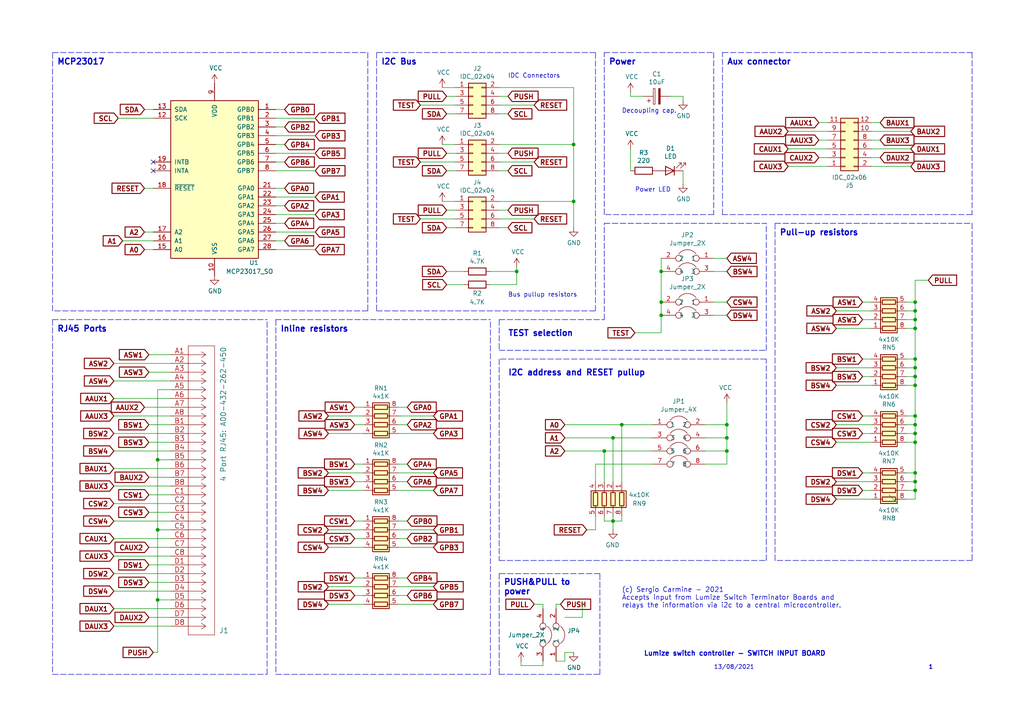
<source format=kicad_sch>
(kicad_sch (version 20211123) (generator eeschema)
  (paper "A4")
  (junction (at 265.43 142.24))
  (junction (at 177.8 151.13))
  (junction (at 210.82 123.19))
  (junction (at 166.37 41.91))
  (junction (at 265.43 111.76))
  (junction (at 265.43 92.71))
  (junction (at 265.43 87.63))
  (junction (at 45.72 173.99))
  (junction (at 191.77 91.44))
  (junction (at 177.8 127))
  (junction (at 265.43 106.68))
  (junction (at 265.43 125.73))
  (junction (at 265.43 120.65))
  (junction (at 265.43 109.22))
  (junction (at 166.37 58.42))
  (junction (at 149.86 78.74))
  (junction (at 191.77 78.74))
  (junction (at 265.43 90.17))
  (junction (at 265.43 139.7))
  (junction (at 265.43 128.27))
  (junction (at 180.34 123.19))
  (junction (at 265.43 104.14))
  (junction (at 210.82 127))
  (junction (at 265.43 137.16))
  (junction (at 265.43 123.19))
  (junction (at 175.26 130.81))
  (junction (at 210.82 130.81))
  (junction (at 45.72 153.67))
  (junction (at 265.43 95.25))
  (junction (at 191.77 87.63))
  (junction (at 45.72 133.35))
  (no_connect (at 44.45 46.99))
  (no_connect (at 44.45 49.53))
  (bus_entry (at 257.81 143.51) (size 2.54 2.54))
  (wire (pts (xy 102.87 139.7) (xy 105.41 139.7)))
  (wire (pts (xy 252.73 35.56) (xy 255.27 35.56)))
  (wire (pts (xy 228.6 48.26) (xy 240.03 48.26)))
  (wire (pts (xy 265.43 109.22) (xy 265.43 111.76)))
  (wire (pts (xy 262.89 142.24) (xy 265.43 142.24)))
  (wire (pts (xy 207.01 74.93) (xy 210.82 74.93)))
  (wire (pts (xy 175.26 139.7) (xy 175.26 130.81)))
  (wire (pts (xy 115.57 139.7) (xy 118.11 139.7)))
  (wire (pts (xy 210.82 130.81) (xy 210.82 127)))
  (wire (pts (xy 237.49 40.64) (xy 240.03 40.64)))
  (wire (pts (xy 191.77 87.63) (xy 191.77 78.74)))
  (wire (pts (xy 115.57 151.13) (xy 118.11 151.13)))
  (wire (pts (xy 166.37 58.42) (xy 166.37 66.04)))
  (wire (pts (xy 129.54 60.96) (xy 132.08 60.96)))
  (polyline (pts (xy 207.01 62.23) (xy 175.26 62.23)))
  (wire (pts (xy 33.02 110.49) (xy 49.53 110.49)))
  (wire (pts (xy 191.77 96.52) (xy 191.77 91.44)))
  (wire (pts (xy 182.88 43.18) (xy 182.88 49.53)))
  (wire (pts (xy 265.43 123.19) (xy 265.43 125.73)))
  (polyline (pts (xy 144.78 92.71) (xy 144.78 101.6)))
  (wire (pts (xy 207.01 91.44) (xy 210.82 91.44)))
  (wire (pts (xy 147.32 33.02) (xy 144.78 33.02)))
  (wire (pts (xy 41.91 72.39) (xy 44.45 72.39)))
  (wire (pts (xy 177.8 151.13) (xy 177.8 153.67)))
  (wire (pts (xy 95.25 153.67) (xy 105.41 153.67)))
  (wire (pts (xy 262.89 90.17) (xy 265.43 90.17)))
  (wire (pts (xy 262.89 92.71) (xy 265.43 92.71)))
  (wire (pts (xy 45.72 153.67) (xy 45.72 173.99)))
  (wire (pts (xy 115.57 134.62) (xy 118.11 134.62)))
  (wire (pts (xy 250.19 142.24) (xy 252.73 142.24)))
  (wire (pts (xy 102.87 134.62) (xy 105.41 134.62)))
  (wire (pts (xy 182.88 26.67) (xy 182.88 27.94)))
  (polyline (pts (xy 224.79 64.77) (xy 281.94 64.77)))
  (wire (pts (xy 41.91 118.11) (xy 49.53 118.11)))
  (wire (pts (xy 128.27 25.4) (xy 132.08 25.4)))
  (wire (pts (xy 157.48 193.04) (xy 157.48 191.77)))
  (wire (pts (xy 168.91 179.07) (xy 168.91 175.26)))
  (wire (pts (xy 252.73 38.1) (xy 264.16 38.1)))
  (wire (pts (xy 33.02 181.61) (xy 49.53 181.61)))
  (wire (pts (xy 166.37 41.91) (xy 144.78 41.91)))
  (polyline (pts (xy 144.78 101.6) (xy 222.25 101.6)))
  (wire (pts (xy 180.34 123.19) (xy 189.23 123.19)))
  (wire (pts (xy 250.19 109.22) (xy 252.73 109.22)))
  (polyline (pts (xy 142.24 195.58) (xy 142.24 92.71)))
  (wire (pts (xy 129.54 49.53) (xy 132.08 49.53)))
  (wire (pts (xy 80.01 34.29) (xy 91.44 34.29)))
  (wire (pts (xy 147.32 27.94) (xy 144.78 27.94)))
  (wire (pts (xy 43.18 168.91) (xy 49.53 168.91)))
  (polyline (pts (xy 77.47 195.58) (xy 77.47 92.71)))
  (wire (pts (xy 41.91 54.61) (xy 44.45 54.61)))
  (wire (pts (xy 154.94 46.99) (xy 144.78 46.99)))
  (wire (pts (xy 33.02 171.45) (xy 49.53 171.45)))
  (wire (pts (xy 154.94 63.5) (xy 144.78 63.5)))
  (wire (pts (xy 33.02 140.97) (xy 49.53 140.97)))
  (polyline (pts (xy 173.99 166.37) (xy 144.78 166.37)))
  (polyline (pts (xy 106.68 90.17) (xy 15.24 90.17)))
  (wire (pts (xy 204.47 127) (xy 210.82 127)))
  (wire (pts (xy 95.25 158.75) (xy 105.41 158.75)))
  (wire (pts (xy 33.02 105.41) (xy 49.53 105.41)))
  (wire (pts (xy 80.01 57.15) (xy 91.44 57.15)))
  (polyline (pts (xy 222.25 101.6) (xy 222.25 64.77)))
  (wire (pts (xy 102.87 118.11) (xy 105.41 118.11)))
  (wire (pts (xy 161.29 191.77) (xy 163.83 191.77)))
  (wire (pts (xy 250.19 120.65) (xy 252.73 120.65)))
  (wire (pts (xy 33.02 161.29) (xy 49.53 161.29)))
  (wire (pts (xy 228.6 38.1) (xy 240.03 38.1)))
  (wire (pts (xy 44.45 34.29) (xy 34.29 34.29)))
  (wire (pts (xy 204.47 123.19) (xy 210.82 123.19)))
  (wire (pts (xy 33.02 156.21) (xy 49.53 156.21)))
  (wire (pts (xy 157.48 175.26) (xy 157.48 176.53)))
  (wire (pts (xy 172.72 153.67) (xy 172.72 149.86)))
  (polyline (pts (xy 209.55 62.23) (xy 209.55 15.24)))
  (polyline (pts (xy 80.01 92.71) (xy 80.01 195.58)))
  (polyline (pts (xy 80.01 195.58) (xy 142.24 195.58)))
  (wire (pts (xy 182.88 27.94) (xy 186.69 27.94)))
  (polyline (pts (xy 15.24 92.71) (xy 77.47 92.71)))
  (wire (pts (xy 252.73 43.18) (xy 264.16 43.18)))
  (wire (pts (xy 43.18 148.59) (xy 49.53 148.59)))
  (polyline (pts (xy 281.94 62.23) (xy 209.55 62.23)))
  (wire (pts (xy 49.53 153.67) (xy 45.72 153.67)))
  (wire (pts (xy 177.8 127) (xy 189.23 127)))
  (wire (pts (xy 80.01 59.69) (xy 82.55 59.69)))
  (wire (pts (xy 115.57 123.19) (xy 118.11 123.19)))
  (wire (pts (xy 265.43 137.16) (xy 265.43 139.7)))
  (wire (pts (xy 33.02 125.73) (xy 49.53 125.73)))
  (wire (pts (xy 129.54 44.45) (xy 132.08 44.45)))
  (wire (pts (xy 115.57 158.75) (xy 125.73 158.75)))
  (wire (pts (xy 265.43 92.71) (xy 265.43 95.25)))
  (wire (pts (xy 33.02 135.89) (xy 49.53 135.89)))
  (polyline (pts (xy 106.68 15.24) (xy 106.68 90.17)))
  (wire (pts (xy 43.18 123.19) (xy 49.53 123.19)))
  (wire (pts (xy 121.92 30.48) (xy 132.08 30.48)))
  (wire (pts (xy 95.25 142.24) (xy 105.41 142.24)))
  (polyline (pts (xy 144.78 162.56) (xy 222.25 162.56)))
  (wire (pts (xy 121.92 46.99) (xy 132.08 46.99)))
  (wire (pts (xy 252.73 45.72) (xy 255.27 45.72)))
  (wire (pts (xy 265.43 106.68) (xy 265.43 109.22)))
  (wire (pts (xy 242.57 106.68) (xy 252.73 106.68)))
  (wire (pts (xy 262.89 104.14) (xy 265.43 104.14)))
  (wire (pts (xy 265.43 142.24) (xy 265.43 144.78)))
  (wire (pts (xy 262.89 87.63) (xy 265.43 87.63)))
  (wire (pts (xy 44.45 31.75) (xy 41.91 31.75)))
  (wire (pts (xy 102.87 151.13) (xy 105.41 151.13)))
  (wire (pts (xy 147.32 44.45) (xy 144.78 44.45)))
  (wire (pts (xy 102.87 123.19) (xy 105.41 123.19)))
  (wire (pts (xy 80.01 62.23) (xy 91.44 62.23)))
  (wire (pts (xy 242.57 111.76) (xy 252.73 111.76)))
  (wire (pts (xy 166.37 25.4) (xy 166.37 41.91)))
  (wire (pts (xy 80.01 39.37) (xy 91.44 39.37)))
  (polyline (pts (xy 144.78 166.37) (xy 144.78 195.58)))
  (polyline (pts (xy 144.78 195.58) (xy 173.99 195.58)))
  (wire (pts (xy 265.43 125.73) (xy 265.43 128.27)))
  (polyline (pts (xy 172.72 15.24) (xy 109.22 15.24)))
  (wire (pts (xy 250.19 92.71) (xy 252.73 92.71)))
  (polyline (pts (xy 175.26 15.24) (xy 207.01 15.24)))
  (wire (pts (xy 129.54 33.02) (xy 132.08 33.02)))
  (wire (pts (xy 43.18 143.51) (xy 49.53 143.51)))
  (wire (pts (xy 149.86 77.47) (xy 149.86 78.74)))
  (wire (pts (xy 115.57 156.21) (xy 118.11 156.21)))
  (wire (pts (xy 180.34 151.13) (xy 180.34 149.86)))
  (polyline (pts (xy 175.26 62.23) (xy 175.26 15.24)))
  (wire (pts (xy 269.24 81.28) (xy 265.43 81.28)))
  (wire (pts (xy 43.18 158.75) (xy 49.53 158.75)))
  (wire (pts (xy 80.01 36.83) (xy 82.55 36.83)))
  (wire (pts (xy 163.83 179.07) (xy 168.91 179.07)))
  (wire (pts (xy 80.01 46.99) (xy 82.55 46.99)))
  (wire (pts (xy 265.43 81.28) (xy 265.43 87.63)))
  (wire (pts (xy 177.8 139.7) (xy 177.8 127)))
  (wire (pts (xy 142.24 78.74) (xy 149.86 78.74)))
  (wire (pts (xy 115.57 120.65) (xy 125.73 120.65)))
  (wire (pts (xy 265.43 144.78) (xy 262.89 144.78)))
  (wire (pts (xy 265.43 128.27) (xy 265.43 137.16)))
  (polyline (pts (xy 175.26 64.77) (xy 222.25 64.77)))
  (wire (pts (xy 265.43 139.7) (xy 265.43 142.24)))
  (wire (pts (xy 35.56 69.85) (xy 44.45 69.85)))
  (polyline (pts (xy 15.24 92.71) (xy 15.24 195.58)))
  (wire (pts (xy 262.89 109.22) (xy 265.43 109.22)))
  (wire (pts (xy 184.15 96.52) (xy 191.77 96.52)))
  (polyline (pts (xy 80.01 92.71) (xy 142.24 92.71)))
  (wire (pts (xy 163.83 127) (xy 177.8 127)))
  (polyline (pts (xy 144.78 104.14) (xy 144.78 162.56)))
  (wire (pts (xy 265.43 95.25) (xy 265.43 104.14)))
  (polyline (pts (xy 144.78 92.71) (xy 175.26 92.71)))
  (wire (pts (xy 162.56 175.26) (xy 161.29 175.26)))
  (wire (pts (xy 262.89 106.68) (xy 265.43 106.68)))
  (wire (pts (xy 175.26 130.81) (xy 189.23 130.81)))
  (polyline (pts (xy 224.79 162.56) (xy 224.79 64.77)))
  (polyline (pts (xy 281.94 162.56) (xy 224.79 162.56)))
  (wire (pts (xy 80.01 67.31) (xy 91.44 67.31)))
  (wire (pts (xy 262.89 137.16) (xy 265.43 137.16)))
  (wire (pts (xy 237.49 35.56) (xy 240.03 35.56)))
  (wire (pts (xy 115.57 175.26) (xy 125.73 175.26)))
  (wire (pts (xy 49.53 133.35) (xy 45.72 133.35)))
  (wire (pts (xy 177.8 149.86) (xy 177.8 151.13)))
  (wire (pts (xy 49.53 113.03) (xy 45.72 113.03)))
  (polyline (pts (xy 281.94 15.24) (xy 281.94 62.23)))
  (wire (pts (xy 129.54 27.94) (xy 132.08 27.94)))
  (wire (pts (xy 147.32 60.96) (xy 144.78 60.96)))
  (wire (pts (xy 95.25 120.65) (xy 105.41 120.65)))
  (wire (pts (xy 128.27 41.91) (xy 132.08 41.91)))
  (wire (pts (xy 250.19 87.63) (xy 252.73 87.63)))
  (wire (pts (xy 154.94 175.26) (xy 157.48 175.26)))
  (wire (pts (xy 80.01 41.91) (xy 82.55 41.91)))
  (wire (pts (xy 33.02 166.37) (xy 49.53 166.37)))
  (polyline (pts (xy 109.22 90.17) (xy 172.72 90.17)))
  (wire (pts (xy 204.47 130.81) (xy 210.82 130.81)))
  (polyline (pts (xy 175.26 92.71) (xy 175.26 64.77)))
  (wire (pts (xy 45.72 173.99) (xy 45.72 189.23)))
  (wire (pts (xy 180.34 139.7) (xy 180.34 123.19)))
  (wire (pts (xy 43.18 128.27) (xy 49.53 128.27)))
  (wire (pts (xy 45.72 133.35) (xy 45.72 153.67)))
  (wire (pts (xy 95.25 125.73) (xy 105.41 125.73)))
  (wire (pts (xy 262.89 123.19) (xy 265.43 123.19)))
  (wire (pts (xy 80.01 69.85) (xy 82.55 69.85)))
  (wire (pts (xy 129.54 66.04) (xy 132.08 66.04)))
  (wire (pts (xy 175.26 149.86) (xy 175.26 151.13)))
  (wire (pts (xy 102.87 172.72) (xy 105.41 172.72)))
  (wire (pts (xy 115.57 170.18) (xy 125.73 170.18)))
  (wire (pts (xy 166.37 41.91) (xy 166.37 58.42)))
  (wire (pts (xy 147.32 49.53) (xy 144.78 49.53)))
  (polyline (pts (xy 281.94 64.77) (xy 281.94 162.56)))
  (wire (pts (xy 250.19 137.16) (xy 252.73 137.16)))
  (wire (pts (xy 177.8 151.13) (xy 180.34 151.13)))
  (wire (pts (xy 41.91 67.31) (xy 44.45 67.31)))
  (wire (pts (xy 115.57 153.67) (xy 125.73 153.67)))
  (wire (pts (xy 210.82 130.81) (xy 210.82 134.62)))
  (polyline (pts (xy 209.55 15.24) (xy 281.94 15.24)))
  (wire (pts (xy 198.12 49.53) (xy 198.12 53.34)))
  (wire (pts (xy 95.25 137.16) (xy 105.41 137.16)))
  (polyline (pts (xy 222.25 104.14) (xy 144.78 104.14)))
  (wire (pts (xy 189.23 134.62) (xy 172.72 134.62)))
  (wire (pts (xy 207.01 87.63) (xy 210.82 87.63)))
  (wire (pts (xy 242.57 95.25) (xy 252.73 95.25)))
  (wire (pts (xy 149.86 82.55) (xy 142.24 82.55)))
  (wire (pts (xy 80.01 44.45) (xy 91.44 44.45)))
  (wire (pts (xy 194.31 27.94) (xy 198.12 27.94)))
  (wire (pts (xy 252.73 40.64) (xy 255.27 40.64)))
  (polyline (pts (xy 172.72 90.17) (xy 172.72 15.24)))
  (wire (pts (xy 166.37 58.42) (xy 144.78 58.42)))
  (wire (pts (xy 115.57 142.24) (xy 125.73 142.24)))
  (wire (pts (xy 172.72 134.62) (xy 172.72 139.7)))
  (wire (pts (xy 262.89 95.25) (xy 265.43 95.25)))
  (wire (pts (xy 242.57 123.19) (xy 252.73 123.19)))
  (wire (pts (xy 237.49 45.72) (xy 240.03 45.72)))
  (wire (pts (xy 163.83 189.23) (xy 166.37 189.23)))
  (wire (pts (xy 80.01 64.77) (xy 82.55 64.77)))
  (wire (pts (xy 33.02 120.65) (xy 49.53 120.65)))
  (wire (pts (xy 191.77 91.44) (xy 191.77 87.63)))
  (polyline (pts (xy 15.24 90.17) (xy 15.24 15.24)))
  (wire (pts (xy 147.32 66.04) (xy 144.78 66.04)))
  (wire (pts (xy 33.02 146.05) (xy 49.53 146.05)))
  (wire (pts (xy 43.18 102.87) (xy 49.53 102.87)))
  (wire (pts (xy 115.57 118.11) (xy 118.11 118.11)))
  (wire (pts (xy 43.18 138.43) (xy 49.53 138.43)))
  (polyline (pts (xy 15.24 15.24) (xy 106.68 15.24)))
  (wire (pts (xy 242.57 139.7) (xy 252.73 139.7)))
  (polyline (pts (xy 222.25 162.56) (xy 222.25 104.14)))
  (wire (pts (xy 228.6 43.18) (xy 240.03 43.18)))
  (wire (pts (xy 166.37 25.4) (xy 144.78 25.4)))
  (wire (pts (xy 33.02 115.57) (xy 49.53 115.57)))
  (wire (pts (xy 80.01 31.75) (xy 82.55 31.75)))
  (wire (pts (xy 198.12 27.94) (xy 198.12 29.21)))
  (wire (pts (xy 43.18 179.07) (xy 49.53 179.07)))
  (wire (pts (xy 265.43 111.76) (xy 265.43 120.65)))
  (wire (pts (xy 95.25 175.26) (xy 105.41 175.26)))
  (wire (pts (xy 210.82 123.19) (xy 210.82 116.84)))
  (wire (pts (xy 80.01 49.53) (xy 91.44 49.53)))
  (wire (pts (xy 49.53 173.99) (xy 45.72 173.99)))
  (wire (pts (xy 265.43 104.14) (xy 265.43 106.68)))
  (wire (pts (xy 128.27 58.42) (xy 132.08 58.42)))
  (wire (pts (xy 154.94 30.48) (xy 144.78 30.48)))
  (polyline (pts (xy 15.24 195.58) (xy 77.47 195.58)))
  (wire (pts (xy 242.57 90.17) (xy 252.73 90.17)))
  (wire (pts (xy 115.57 172.72) (xy 118.11 172.72)))
  (wire (pts (xy 95.25 170.18) (xy 105.41 170.18)))
  (wire (pts (xy 242.57 144.78) (xy 252.73 144.78)))
  (polyline (pts (xy 109.22 15.24) (xy 109.22 90.17)))
  (wire (pts (xy 207.01 78.74) (xy 210.82 78.74)))
  (wire (pts (xy 163.83 130.81) (xy 175.26 130.81)))
  (wire (pts (xy 170.18 153.67) (xy 172.72 153.67)))
  (wire (pts (xy 210.82 134.62) (xy 204.47 134.62)))
  (polyline (pts (xy 173.99 195.58) (xy 173.99 166.37)))
  (wire (pts (xy 262.89 128.27) (xy 265.43 128.27)))
  (wire (pts (xy 115.57 125.73) (xy 125.73 125.73)))
  (wire (pts (xy 80.01 72.39) (xy 91.44 72.39)))
  (wire (pts (xy 33.02 130.81) (xy 49.53 130.81)))
  (wire (pts (xy 43.18 107.95) (xy 49.53 107.95)))
  (wire (pts (xy 163.83 191.77) (xy 163.83 189.23)))
  (wire (pts (xy 163.83 123.19) (xy 180.34 123.19)))
  (wire (pts (xy 80.01 54.61) (xy 82.55 54.61)))
  (wire (pts (xy 262.89 139.7) (xy 265.43 139.7)))
  (wire (pts (xy 252.73 48.26) (xy 264.16 48.26)))
  (wire (pts (xy 191.77 78.74) (xy 191.77 74.93)))
  (wire (pts (xy 262.89 111.76) (xy 265.43 111.76)))
  (wire (pts (xy 161.29 175.26) (xy 161.29 176.53)))
  (wire (pts (xy 43.18 163.83) (xy 49.53 163.83)))
  (wire (pts (xy 121.92 63.5) (xy 132.08 63.5)))
  (wire (pts (xy 129.54 78.74) (xy 134.62 78.74)))
  (wire (pts (xy 102.87 167.64) (xy 105.41 167.64)))
  (wire (pts (xy 115.57 167.64) (xy 118.11 167.64)))
  (wire (pts (xy 45.72 113.03) (xy 45.72 133.35)))
  (wire (pts (xy 265.43 120.65) (xy 265.43 123.19)))
  (wire (pts (xy 262.89 120.65) (xy 265.43 120.65)))
  (wire (pts (xy 102.87 156.21) (xy 105.41 156.21)))
  (wire (pts (xy 242.57 128.27) (xy 252.73 128.27)))
  (wire (pts (xy 262.89 125.73) (xy 265.43 125.73)))
  (wire (pts (xy 33.02 151.13) (xy 49.53 151.13)))
  (polyline (pts (xy 207.01 15.24) (xy 207.01 62.23)))
  (wire (pts (xy 250.19 125.73) (xy 252.73 125.73)))
  (wire (pts (xy 129.54 82.55) (xy 134.62 82.55)))
  (wire (pts (xy 265.43 90.17) (xy 265.43 92.71)))
  (wire (pts (xy 149.86 78.74) (xy 149.86 82.55)))
  (wire (pts (xy 33.02 176.53) (xy 49.53 176.53)))
  (wire (pts (xy 115.57 137.16) (xy 125.73 137.16)))
  (wire (pts (xy 265.43 87.63) (xy 265.43 90.17)))
  (wire (pts (xy 151.13 193.04) (xy 157.48 193.04)))
  (wire (pts (xy 210.82 127) (xy 210.82 123.19)))
  (wire (pts (xy 151.13 191.77) (xy 151.13 193.04)))
  (wire (pts (xy 250.19 104.14) (xy 252.73 104.14)))
  (wire (pts (xy 175.26 151.13) (xy 177.8 151.13)))
  (wire (pts (xy 45.72 189.23) (xy 44.45 189.23)))
  (text "Bus pullup resistors" (at 147.32 86.36 0) (effects (font (size 1.2954 1.2954)) (justify left bottom)))
  (text "Power LED" (at 184.15 55.88 0) (effects (font (size 1.2954 1.2954)) (justify left bottom)))
  (text "TEST selection" (at 147.32 97.79 0) (effects (font (size 1.7018 1.7018) (thickness 0.3404) bold) (justify left bottom)))
  (text "1" (at 269.24 194.31 0) (effects (font (size 1.1938 1.1938) (thickness 0.2388) bold) (justify left bottom)))
  (text "Pull-up resistors" (at 226.06 68.58 0) (effects (font (size 1.7018 1.7018) (thickness 0.3404) bold) (justify left bottom)))
  (text "I2C address and RESET pullup" (at 147.32 109.22 0) (effects (font (size 1.7018 1.7018) (thickness 0.3404) bold) (justify left bottom)))
  (text "Lumize switch controller - SWITCH INPUT BOARD" (at 186.69 190.5 0) (effects (font (size 1.397 1.397) (thickness 0.2794) bold) (justify left bottom)))
  (text "Power" (at 176.53 19.05 0) (effects (font (size 1.7018 1.7018) (thickness 0.3404) bold) (justify left bottom)))
  (text "MCP23017" (at 16.51 19.05 0) (effects (font (size 1.7018 1.7018) (thickness 0.3404) bold) (justify left bottom)))
  (text "Aux connector" (at 210.82 19.05 0) (effects (font (size 1.7018 1.7018) (thickness 0.3404) bold) (justify left bottom)))
  (text "IDC Connectors" (at 147.32 22.86 0) (effects (font (size 1.2954 1.2954)) (justify left bottom)))
  (text "13/08/2021" (at 207.01 194.31 0) (effects (font (size 1.1938 1.1938)) (justify left bottom)))
  (text "(c) Sergio Carmine - 2021\nAccepts input from Lumize Switch Terminator Boards and \nrelays the information via i2c to a central microcontroller." (at 180.34 176.53 0) (effects (font (size 1.397 1.397)) (justify left bottom)))
  (text "Inline resistors" (at 81.28 96.52 0) (effects (font (size 1.7018 1.7018) (thickness 0.3404) bold) (justify left bottom)))
  (text "I2C Bus" (at 110.49 19.05 0) (effects (font (size 1.7018 1.7018) (thickness 0.3404) bold) (justify left bottom)))
  (text "RJ45 Ports" (at 16.51 96.52 0) (effects (font (size 1.7018 1.7018) (thickness 0.3404) bold) (justify left bottom)))
  (text "PUSH&PULL to \npower\n" (at 146.05 172.72 0) (effects (font (size 1.7018 1.7018) (thickness 0.3404) bold) (justify left bottom)))
  (text "Decoupling cap.\n" (at 180.34 33.02 0) (effects (font (size 1.2954 1.2954)) (justify left bottom)))
  (global_label "RESET" (shape input) (at 154.94 63.5 0) (effects (font (size 1.397 1.397) (thickness 0.2794) bold)) (property "Intersheet References" "${INTERSHEET_REFS}" (effects hide)))
  (global_label "CAUX1" (shape input) (at 228.6 43.18 180) (effects (font (size 1.397 1.397) (thickness 0.2794) bold)) (property "Intersheet References" "${INTERSHEET_REFS}" (effects hide)))
  (global_label "PULL" (shape input) (at 129.54 44.45 180) (effects (font (size 1.397 1.397) (thickness 0.2794) bold)) (property "Intersheet References" "${INTERSHEET_REFS}" (effects hide)))
  (global_label "AAUX3" (shape input) (at 33.02 120.65 180) (effects (font (size 1.397 1.397) (thickness 0.2794) bold)) (property "Intersheet References" "${INTERSHEET_REFS}" (effects hide)))
  (global_label "GPB5" (shape input) (at 125.73 170.18 0) (effects (font (size 1.397 1.397) (thickness 0.2794) bold)) (property "Intersheet References" "${INTERSHEET_REFS}" (effects hide)))
  (global_label "DSW2" (shape input) (at 95.25 170.18 180) (effects (font (size 1.397 1.397) (thickness 0.2794) bold)) (property "Intersheet References" "${INTERSHEET_REFS}" (effects hide)))
  (global_label "CSW4" (shape input) (at 210.82 87.63 0) (effects (font (size 1.397 1.397) (thickness 0.2794) bold)) (property "Intersheet References" "${INTERSHEET_REFS}" (effects hide)))
  (global_label "BAUX2" (shape input) (at 264.16 38.1 0) (effects (font (size 1.397 1.397) (thickness 0.2794) bold)) (property "Intersheet References" "${INTERSHEET_REFS}" (effects hide)))
  (global_label "GPB1" (shape input) (at 91.44 34.29 0) (effects (font (size 1.397 1.397) (thickness 0.2794) bold)) (property "Intersheet References" "${INTERSHEET_REFS}" (effects hide)))
  (global_label "CSW4" (shape input) (at 242.57 128.27 180) (effects (font (size 1.397 1.397) (thickness 0.2794) bold)) (property "Intersheet References" "${INTERSHEET_REFS}" (effects hide)))
  (global_label "GPB7" (shape input) (at 91.44 49.53 0) (effects (font (size 1.397 1.397) (thickness 0.2794) bold)) (property "Intersheet References" "${INTERSHEET_REFS}" (effects hide)))
  (global_label "BSW4" (shape input) (at 33.02 130.81 180) (effects (font (size 1.397 1.397) (thickness 0.2794) bold)) (property "Intersheet References" "${INTERSHEET_REFS}" (effects hide)))
  (global_label "GPA7" (shape input) (at 125.73 142.24 0) (effects (font (size 1.397 1.397) (thickness 0.2794) bold)) (property "Intersheet References" "${INTERSHEET_REFS}" (effects hide)))
  (global_label "ASW4" (shape input) (at 33.02 110.49 180) (effects (font (size 1.397 1.397) (thickness 0.2794) bold)) (property "Intersheet References" "${INTERSHEET_REFS}" (effects hide)))
  (global_label "SDA" (shape input) (at 129.54 78.74 180) (effects (font (size 1.397 1.397) (thickness 0.2794) bold)) (property "Intersheet References" "${INTERSHEET_REFS}" (effects hide)))
  (global_label "ASW1" (shape input) (at 250.19 87.63 180) (effects (font (size 1.397 1.397) (thickness 0.2794) bold)) (property "Intersheet References" "${INTERSHEET_REFS}" (effects hide)))
  (global_label "AAUX2" (shape input) (at 228.6 38.1 180) (effects (font (size 1.397 1.397) (thickness 0.2794) bold)) (property "Intersheet References" "${INTERSHEET_REFS}" (effects hide)))
  (global_label "BSW2" (shape input) (at 33.02 125.73 180) (effects (font (size 1.397 1.397) (thickness 0.2794) bold)) (property "Intersheet References" "${INTERSHEET_REFS}" (effects hide)))
  (global_label "GPB3" (shape input) (at 91.44 39.37 0) (effects (font (size 1.397 1.397) (thickness 0.2794) bold)) (property "Intersheet References" "${INTERSHEET_REFS}" (effects hide)))
  (global_label "PUSH" (shape input) (at 147.32 44.45 0) (effects (font (size 1.397 1.397) (thickness 0.2794) bold)) (property "Intersheet References" "${INTERSHEET_REFS}" (effects hide)))
  (global_label "PUSH" (shape input) (at 162.56 175.26 0) (effects (font (size 1.397 1.397) (thickness 0.2794) bold)) (property "Intersheet References" "${INTERSHEET_REFS}" (effects hide)))
  (global_label "GPB2" (shape input) (at 118.11 156.21 0) (effects (font (size 1.397 1.397) (thickness 0.2794) bold)) (property "Intersheet References" "${INTERSHEET_REFS}" (effects hide)))
  (global_label "CSW2" (shape input) (at 95.25 153.67 180) (effects (font (size 1.397 1.397) (thickness 0.2794) bold)) (property "Intersheet References" "${INTERSHEET_REFS}" (effects hide)))
  (global_label "SDA" (shape input) (at 129.54 33.02 180) (effects (font (size 1.397 1.397) (thickness 0.2794) bold)) (property "Intersheet References" "${INTERSHEET_REFS}" (effects hide)))
  (global_label "SDA" (shape input) (at 129.54 66.04 180) (effects (font (size 1.397 1.397) (thickness 0.2794) bold)) (property "Intersheet References" "${INTERSHEET_REFS}" (effects hide)))
  (global_label "BAUX3" (shape input) (at 33.02 140.97 180) (effects (font (size 1.397 1.397) (thickness 0.2794) bold)) (property "Intersheet References" "${INTERSHEET_REFS}" (effects hide)))
  (global_label "GPB3" (shape input) (at 125.73 158.75 0) (effects (font (size 1.397 1.397) (thickness 0.2794) bold)) (property "Intersheet References" "${INTERSHEET_REFS}" (effects hide)))
  (global_label "TEST" (shape input) (at 184.15 96.52 180) (effects (font (size 1.397 1.397) (thickness 0.2794) bold)) (property "Intersheet References" "${INTERSHEET_REFS}" (effects hide)))
  (global_label "GPA3" (shape input) (at 91.44 62.23 0) (effects (font (size 1.397 1.397) (thickness 0.2794) bold)) (property "Intersheet References" "${INTERSHEET_REFS}" (effects hide)))
  (global_label "DSW2" (shape input) (at 242.57 139.7 180) (effects (font (size 1.397 1.397) (thickness 0.2794) bold)) (property "Intersheet References" "${INTERSHEET_REFS}" (effects hide)))
  (global_label "DAUX3" (shape input) (at 33.02 181.61 180) (effects (font (size 1.397 1.397) (thickness 0.2794) bold)) (property "Intersheet References" "${INTERSHEET_REFS}" (effects hide)))
  (global_label "SCL" (shape input) (at 129.54 82.55 180) (effects (font (size 1.397 1.397) (thickness 0.2794) bold)) (property "Intersheet References" "${INTERSHEET_REFS}" (effects hide)))
  (global_label "DSW4" (shape input) (at 242.57 144.78 180) (effects (font (size 1.397 1.397) (thickness 0.2794) bold)) (property "Intersheet References" "${INTERSHEET_REFS}" (effects hide)))
  (global_label "CSW3" (shape input) (at 43.18 148.59 180) (effects (font (size 1.397 1.397) (thickness 0.2794) bold)) (property "Intersheet References" "${INTERSHEET_REFS}" (effects hide)))
  (global_label "ASW2" (shape input) (at 242.57 90.17 180) (effects (font (size 1.397 1.397) (thickness 0.2794) bold)) (property "Intersheet References" "${INTERSHEET_REFS}" (effects hide)))
  (global_label "SDA" (shape input) (at 41.91 31.75 180) (effects (font (size 1.397 1.397) (thickness 0.2794) bold)) (property "Intersheet References" "${INTERSHEET_REFS}" (effects hide)))
  (global_label "CAUX2" (shape input) (at 237.49 45.72 180) (effects (font (size 1.397 1.397) (thickness 0.2794) bold)) (property "Intersheet References" "${INTERSHEET_REFS}" (effects hide)))
  (global_label "AAUX3" (shape input) (at 237.49 40.64 180) (effects (font (size 1.397 1.397) (thickness 0.2794) bold)) (property "Intersheet References" "${INTERSHEET_REFS}" (effects hide)))
  (global_label "BSW3" (shape input) (at 250.19 109.22 180) (effects (font (size 1.397 1.397) (thickness 0.2794) bold)) (property "Intersheet References" "${INTERSHEET_REFS}" (effects hide)))
  (global_label "A0" (shape input) (at 41.91 72.39 180) (effects (font (size 1.397 1.397) (thickness 0.2794) bold)) (property "Intersheet References" "${INTERSHEET_REFS}" (effects hide)))
  (global_label "CSW3" (shape input) (at 250.19 125.73 180) (effects (font (size 1.397 1.397) (thickness 0.2794) bold)) (property "Intersheet References" "${INTERSHEET_REFS}" (effects hide)))
  (global_label "A0" (shape input) (at 163.83 123.19 180) (effects (font (size 1.397 1.397) (thickness 0.2794) bold)) (property "Intersheet References" "${INTERSHEET_REFS}" (effects hide)))
  (global_label "TEST" (shape input) (at 121.92 30.48 180) (effects (font (size 1.397 1.397) (thickness 0.2794) bold)) (property "Intersheet References" "${INTERSHEET_REFS}" (effects hide)))
  (global_label "RESET" (shape input) (at 154.94 46.99 0) (effects (font (size 1.397 1.397) (thickness 0.2794) bold)) (property "Intersheet References" "${INTERSHEET_REFS}" (effects hide)))
  (global_label "BSW3" (shape input) (at 102.87 139.7 180) (effects (font (size 1.397 1.397) (thickness 0.2794) bold)) (property "Intersheet References" "${INTERSHEET_REFS}" (effects hide)))
  (global_label "ASW3" (shape input) (at 43.18 107.95 180) (effects (font (size 1.397 1.397) (thickness 0.2794) bold)) (property "Intersheet References" "${INTERSHEET_REFS}" (effects hide)))
  (global_label "GPB0" (shape input) (at 82.55 31.75 0) (effects (font (size 1.397 1.397) (thickness 0.2794) bold)) (property "Intersheet References" "${INTERSHEET_REFS}" (effects hide)))
  (global_label "GPA4" (shape input) (at 118.11 134.62 0) (effects (font (size 1.397 1.397) (thickness 0.2794) bold)) (property "Intersheet References" "${INTERSHEET_REFS}" (effects hide)))
  (global_label "BSW1" (shape input) (at 102.87 134.62 180) (effects (font (size 1.397 1.397) (thickness 0.2794) bold)) (property "Intersheet References" "${INTERSHEET_REFS}" (effects hide)))
  (global_label "GPA6" (shape input) (at 82.55 69.85 0) (effects (font (size 1.397 1.397) (thickness 0.2794) bold)) (property "Intersheet References" "${INTERSHEET_REFS}" (effects hide)))
  (global_label "ASW4" (shape input) (at 242.57 95.25 180) (effects (font (size 1.397 1.397) (thickness 0.2794) bold)) (property "Intersheet References" "${INTERSHEET_REFS}" (effects hide)))
  (global_label "BSW1" (shape input) (at 250.19 104.14 180) (effects (font (size 1.397 1.397) (thickness 0.2794) bold)) (property "Intersheet References" "${INTERSHEET_REFS}" (effects hide)))
  (global_label "CSW1" (shape input) (at 43.18 143.51 180) (effects (font (size 1.397 1.397) (thickness 0.2794) bold)) (property "Intersheet References" "${INTERSHEET_REFS}" (effects hide)))
  (global_label "GPA0" (shape input) (at 118.11 118.11 0) (effects (font (size 1.397 1.397) (thickness 0.2794) bold)) (property "Intersheet References" "${INTERSHEET_REFS}" (effects hide)))
  (global_label "DSW3" (shape input) (at 250.19 142.24 180) (effects (font (size 1.397 1.397) (thickness 0.2794) bold)) (property "Intersheet References" "${INTERSHEET_REFS}" (effects hide)))
  (global_label "A2" (shape input) (at 41.91 67.31 180) (effects (font (size 1.397 1.397) (thickness 0.2794) bold)) (property "Intersheet References" "${INTERSHEET_REFS}" (effects hide)))
  (global_label "GPB6" (shape input) (at 82.55 46.99 0) (effects (font (size 1.397 1.397) (thickness 0.2794) bold)) (property "Intersheet References" "${INTERSHEET_REFS}" (effects hide)))
  (global_label "CSW3" (shape input) (at 102.87 156.21 180) (effects (font (size 1.397 1.397) (thickness 0.2794) bold)) (property "Intersheet References" "${INTERSHEET_REFS}" (effects hide)))
  (global_label "PULL" (shape input) (at 129.54 60.96 180) (effects (font (size 1.397 1.397) (thickness 0.2794) bold)) (property "Intersheet References" "${INTERSHEET_REFS}" (effects hide)))
  (global_label "A2" (shape input) (at 163.83 130.81 180) (effects (font (size 1.397 1.397) (thickness 0.2794) bold)) (property "Intersheet References" "${INTERSHEET_REFS}" (effects hide)))
  (global_label "GPB1" (shape input) (at 125.73 153.67 0) (effects (font (size 1.397 1.397) (thickness 0.2794) bold)) (property "Intersheet References" "${INTERSHEET_REFS}" (effects hide)))
  (global_label "GPA5" (shape input) (at 91.44 67.31 0) (effects (font (size 1.397 1.397) (thickness 0.2794) bold)) (property "Intersheet References" "${INTERSHEET_REFS}" (effects hide)))
  (global_label "CAUX2" (shape input) (at 43.18 158.75 180) (effects (font (size 1.397 1.397) (thickness 0.2794) bold)) (property "Intersheet References" "${INTERSHEET_REFS}" (effects hide)))
  (global_label "CSW2" (shape input) (at 242.57 123.19 180) (effects (font (size 1.397 1.397) (thickness 0.2794) bold)) (property "Intersheet References" "${INTERSHEET_REFS}" (effects hide)))
  (global_label "DSW1" (shape input) (at 250.19 137.16 180) (effects (font (size 1.397 1.397) (thickness 0.2794) bold)) (property "Intersheet References" "${INTERSHEET_REFS}" (effects hide)))
  (global_label "CSW1" (shape input) (at 102.87 151.13 180) (effects (font (size 1.397 1.397) (thickness 0.2794) bold)) (property "Intersheet References" "${INTERSHEET_REFS}" (effects hide)))
  (global_label "BSW1" (shape input) (at 43.18 123.19 180) (effects (font (size 1.397 1.397) (thickness 0.2794) bold)) (property "Intersheet References" "${INTERSHEET_REFS}" (effects hide)))
  (global_label "ASW2" (shape input) (at 95.25 120.65 180) (effects (font (size 1.397 1.397) (thickness 0.2794) bold)) (property "Intersheet References" "${INTERSHEET_REFS}" (effects hide)))
  (global_label "GPA2" (shape input) (at 118.11 123.19 0) (effects (font (size 1.397 1.397) (thickness 0.2794) bold)) (property "Intersheet References" "${INTERSHEET_REFS}" (effects hide)))
  (global_label "GPA7" (shape input) (at 91.44 72.39 0) (effects (font (size 1.397 1.397) (thickness 0.2794) bold)) (property "Intersheet References" "${INTERSHEET_REFS}" (effects hide)))
  (global_label "DSW3" (shape input) (at 102.87 172.72 180) (effects (font (size 1.397 1.397) (thickness 0.2794) bold)) (property "Intersheet References" "${INTERSHEET_REFS}" (effects hide)))
  (global_label "GPB2" (shape input) (at 82.55 36.83 0) (effects (font (size 1.397 1.397) (thickness 0.2794) bold)) (property "Intersheet References" "${INTERSHEET_REFS}" (effects hide)))
  (global_label "PULL" (shape input) (at 129.54 27.94 180) (effects (font (size 1.397 1.397) (thickness 0.2794) bold)) (property "Intersheet References" "${INTERSHEET_REFS}" (effects hide)))
  (global_label "A1" (shape input) (at 35.56 69.85 180) (effects (font (size 1.397 1.397) (thickness 0.2794) bold)) (property "Intersheet References" "${INTERSHEET_REFS}" (effects hide)))
  (global_label "GPB6" (shape input) (at 118.11 172.72 0) (effects (font (size 1.397 1.397) (thickness 0.2794) bold)) (property "Intersheet References" "${INTERSHEET_REFS}" (effects hide)))
  (global_label "CSW4" (shape input) (at 33.02 151.13 180) (effects (font (size 1.397 1.397) (thickness 0.2794) bold)) (property "Intersheet References" "${INTERSHEET_REFS}" (effects hide)))
  (global_label "GPA6" (shape input) (at 118.11 139.7 0) (effects (font (size 1.397 1.397) (thickness 0.2794) bold)) (property "Intersheet References" "${INTERSHEET_REFS}" (effects hide)))
  (global_label "GPA3" (shape input) (at 125.73 125.73 0) (effects (font (size 1.397 1.397) (thickness 0.2794) bold)) (property "Intersheet References" "${INTERSHEET_REFS}" (effects hide)))
  (global_label "PUSH" (shape input) (at 147.32 60.96 0) (effects (font (size 1.397 1.397) (thickness 0.2794) bold)) (property "Intersheet References" "${INTERSHEET_REFS}" (effects hide)))
  (global_label "SDA" (shape input) (at 129.54 49.53 180) (effects (font (size 1.397 1.397) (thickness 0.2794) bold)) (property "Intersheet References" "${INTERSHEET_REFS}" (effects hide)))
  (global_label "TEST" (shape input) (at 121.92 63.5 180) (effects (font (size 1.397 1.397) (thickness 0.2794) bold)) (property "Intersheet References" "${INTERSHEET_REFS}" (effects hide)))
  (global_label "AAUX1" (shape input) (at 237.49 35.56 180) (effects (font (size 1.397 1.397) (thickness 0.2794) bold)) (property "Intersheet References" "${INTERSHEET_REFS}" (effects hide)))
  (global_label "GPB0" (shape input) (at 118.11 151.13 0) (effects (font (size 1.397 1.397) (thickness 0.2794) bold)) (property "Intersheet References" "${INTERSHEET_REFS}" (effects hide)))
  (global_label "CSW2" (shape input) (at 33.02 146.05 180) (effects (font (size 1.397 1.397) (thickness 0.2794) bold)) (property "Intersheet References" "${INTERSHEET_REFS}" (effects hide)))
  (global_label "CAUX3" (shape input) (at 33.02 161.29 180) (effects (font (size 1.397 1.397) (thickness 0.2794) bold)) (property "Intersheet References" "${INTERSHEET_REFS}" (effects hide)))
  (global_label "BSW4" (shape input) (at 95.25 142.24 180) (effects (font (size 1.397 1.397) (thickness 0.2794) bold)) (property "Intersheet References" "${INTERSHEET_REFS}" (effects hide)))
  (global_label "ASW3" (shape input) (at 102.87 123.19 180) (effects (font (size 1.397 1.397) (thickness 0.2794) bold)) (property "Intersheet References" "${INTERSHEET_REFS}" (effects hide)))
  (global_label "PULL" (shape input) (at 269.24 81.28 0) (effects (font (size 1.397 1.397) (thickness 0.2794) bold)) (property "Intersheet References" "${INTERSHEET_REFS}" (effects hide)))
  (global_label "BAUX2" (shape input) (at 43.18 138.43 180) (effects (font (size 1.397 1.397) (thickness 0.2794) bold)) (property "Intersheet References" "${INTERSHEET_REFS}" (effects hide)))
  (global_label "BSW3" (shape input) (at 43.18 128.27 180) (effects (font (size 1.397 1.397) (thickness 0.2794) bold)) (property "Intersheet References" "${INTERSHEET_REFS}" (effects hide)))
  (global_label "DAUX3" (shape input) (at 264.16 48.26 0) (effects (font (size 1.397 1.397) (thickness 0.2794) bold)) (property "Intersheet References" "${INTERSHEET_REFS}" (effects hide)))
  (global_label "BAUX1" (shape input) (at 33.02 135.89 180) (effects (font (size 1.397 1.397) (thickness 0.2794) bold)) (property "Intersheet References" "${INTERSHEET_REFS}" (effects hide)))
  (global_label "GPA5" (shape input) (at 125.73 137.16 0) (effects (font (size 1.397 1.397) (thickness 0.2794) bold)) (property "Intersheet References" "${INTERSHEET_REFS}" (effects hide)))
  (global_label "GPB7" (shape input) (at 125.73 175.26 0) (effects (font (size 1.397 1.397) (thickness 0.2794) bold)) (property "Intersheet References" "${INTERSHEET_REFS}" (effects hide)))
  (global_label "A1" (shape input) (at 163.83 127 180) (effects (font (size 1.397 1.397) (thickness 0.2794) bold)) (property "Intersheet References" "${INTERSHEET_REFS}" (effects hide)))
  (global_label "PUSH" (shape input) (at 44.45 189.23 180) (effects (font (size 1.397 1.397) (thickness 0.2794) bold)) (property "Intersheet References" "${INTERSHEET_REFS}" (effects hide)))
  (global_label "DSW1" (shape input) (at 43.18 163.83 180) (effects (font (size 1.397 1.397) (thickness 0.2794) bold)) (property "Intersheet References" "${INTERSHEET_REFS}" (effects hide)))
  (global_label "GPB4" (shape input) (at 82.55 41.91 0) (effects (font (size 1.397 1.397) (thickness 0.2794) bold)) (property "Intersheet References" "${INTERSHEET_REFS}" (effects hide)))
  (global_label "ASW2" (shape input) (at 33.02 105.41 180) (effects (font (size 1.397 1.397) (thickness 0.2794) bold)) (property "Intersheet References" "${INTERSHEET_REFS}" (effects hide)))
  (global_label "RESET" (shape input) (at 170.18 153.67 180) (effects (font (size 1.397 1.397) (thickness 0.2794) bold)) (property "Intersheet References" "${INTERSHEET_REFS}" (effects hide)))
  (global_label "BAUX1" (shape input) (at 255.27 35.56 0) (effects (font (size 1.397 1.397) (thickness 0.2794) bold)) (property "Intersheet References" "${INTERSHEET_REFS}" (effects hide)))
  (global_label "PUSH" (shape input) (at 147.32 27.94 0) (effects (font (size 1.397 1.397) (thickness 0.2794) bold)) (property "Intersheet References" "${INTERSHEET_REFS}" (effects hide)))
  (global_label "GPB5" (shape input) (at 91.44 44.45 0) (effects (font (size 1.397 1.397) (thickness 0.2794) bold)) (property "Intersheet References" "${INTERSHEET_REFS}" (effects hide)))
  (global_label "GPA1" (shape input) (at 125.73 120.65 0) (effects (font (size 1.397 1.397) (thickness 0.2794) bold)) (property "Intersheet References" "${INTERSHEET_REFS}" (effects hide)))
  (global_label "DSW1" (shape input) (at 102.87 167.64 180) (effects (font (size 1.397 1.397) (thickness 0.2794) bold)) (property "Intersheet References" "${INTERSHEET_REFS}" (effects hide)))
  (global_label "ASW1" (shape input) (at 102.87 118.11 180) (effects (font (size 1.397 1.397) (thickness 0.2794) bold)) (property "Intersheet References" "${INTERSHEET_REFS}" (effects hide)))
  (global_label "CSW1" (shape input) (at 250.19 120.65 180) (effects (font (size 1.397 1.397) (thickness 0.2794) bold)) (property "Intersheet References" "${INTERSHEET_REFS}" (effects hide)))
  (global_label "PULL" (shape input) (at 154.94 175.26 180) (effects (font (size 1.397 1.397) (thickness 0.2794) bold)) (property "Intersheet References" "${INTERSHEET_REFS}" (effects hide)))
  (global_label "DSW2" (shape input) (at 33.02 166.37 180) (effects (font (size 1.397 1.397) (thickness 0.2794) bold)) (property "Intersheet References" "${INTERSHEET_REFS}" (effects hide)))
  (global_label "TEST" (shape input) (at 121.92 46.99 180) (effects (font (size 1.397 1.397) (thickness 0.2794) bold)) (property "Intersheet References" "${INTERSHEET_REFS}" (effects hide)))
  (global_label "BSW2" (shape input) (at 95.25 137.16 180) (effects (font (size 1.397 1.397) (thickness 0.2794) bold)) (property "Intersheet References" "${INTERSHEET_REFS}" (effects hide)))
  (global_label "BSW2" (shape input) (at 242.57 106.68 180) (effects (font (size 1.397 1.397) (thickness 0.2794) bold)) (property "Intersheet References" "${INTERSHEET_REFS}" (effects hide)))
  (global_label "RESET" (shape input) (at 41.91 54.61 180) (effects (font (size 1.397 1.397) (thickness 0.2794) bold)) (property "Intersheet References" "${INTERSHEET_REFS}" (effects hide)))
  (global_label "DSW4" (shape input) (at 95.25 175.26 180) (effects (font (size 1.397 1.397) (thickness 0.2794) bold)) (property "Intersheet References" "${INTERSHEET_REFS}" (effects hide)))
  (global_label "GPA4" (shape input) (at 82.55 64.77 0) (effects (font (size 1.397 1.397) (thickness 0.2794) bold)) (property "Intersheet References" "${INTERSHEET_REFS}" (effects hide)))
  (global_label "DAUX2" (shape input) (at 43.18 179.07 180) (effects (font (size 1.397 1.397) (thickness 0.2794) bold)) (property "Intersheet References" "${INTERSHEET_REFS}" (effects hide)))
  (global_label "CAUX1" (shape input) (at 33.02 156.21 180) (effects (font (size 1.397 1.397) (thickness 0.2794) bold)) (property "Intersheet References" "${INTERSHEET_REFS}" (effects hide)))
  (global_label "GPA1" (shape input) (at 91.44 57.15 0) (effects (font (size 1.397 1.397) (thickness 0.2794) bold)) (property "Intersheet References" "${INTERSHEET_REFS}" (effects hide)))
  (global_label "ASW1" (shape input) (at 43.18 102.87 180) (effects (font (size 1.397 1.397) (thickness 0.2794) bold)) (property "Intersheet References" "${INTERSHEET_REFS}" (effects hide)))
  (global_label "CSW4" (shape input) (at 95.25 158.75 180) (effects (font (size 1.397 1.397) (thickness 0.2794) bold)) (property "Intersheet References" "${INTERSHEET_REFS}" (effects hide)))
  (global_label "RESET" (shape input) (at 154.94 30.48 0) (effects (font (size 1.397 1.397) (thickness 0.2794) bold)) (property "Intersheet References" "${INTERSHEET_REFS}" (effects hide)))
  (global_label "ASW4" (shape input) (at 95.25 125.73 180) (effects (font (size 1.397 1.397) (thickness 0.2794) bold)) (property "Intersheet References" "${INTERSHEET_REFS}" (effects hide)))
  (global_label "AAUX2" (shape input) (at 41.91 118.11 180) (effects (font (size 1.397 1.397) (thickness 0.2794) bold)) (property "Intersheet References" "${INTERSHEET_REFS}" (effects hide)))
  (global_label "GPB4" (shape input) (at 118.11 167.64 0) (effects (font (size 1.397 1.397) (thickness 0.2794) bold)) (property "Intersheet References" "${INTERSHEET_REFS}" (effects hide)))
  (global_label "BSW4" (shape input) (at 210.82 78.74 0) (effects (font (size 1.397 1.397) (thickness 0.2794) bold)) (property "Intersheet References" "${INTERSHEET_REFS}" (effects hide)))
  (global_label "BAUX3" (shape input) (at 255.27 40.64 0) (effects (font (size 1.397 1.397) (thickness 0.2794) bold)) (property "Intersheet References" "${INTERSHEET_REFS}" (effects hide)))
  (global_label "DSW4" (shape input) (at 210.82 91.44 0) (effects (font (size 1.397 1.397) (thickness 0.2794) bold)) (property "Intersheet References" "${INTERSHEET_REFS}" (effects hide)))
  (global_label "AAUX1" (shape input) (at 33.02 115.57 180) (effects (font (size 1.397 1.397) (thickness 0.2794) bold)) (property "Intersheet References" "${INTERSHEET_REFS}" (effects hide)))
  (global_label "GPA0" (shape input) (at 82.55 54.61 0) (effects (font (size 1.397 1.397) (thickness 0.2794) bold)) (property "Intersheet References" "${INTERSHEET_REFS}" (effects hide)))
  (global_label "DAUX2" (shape input) (at 255.27 45.72 0) (effects (font (size 1.397 1.397) (thickness 0.2794) bold)) (property "Intersheet References" "${INTERSHEET_REFS}" (effects hide)))
  (global_label "BSW4" (shape input) (at 242.57 111.76 180) (effects (font (size 1.397 1.397) (thickness 0.2794) bold)) (property "Intersheet References" "${INTERSHEET_REFS}" (effects hide)))
  (global_label "ASW4" (shape input) (at 210.82 74.93 0) (effects (font (size 1.397 1.397) (thickness 0.2794) bold)) (property "Intersheet References" "${INTERSHEET_REFS}" (effects hide)))
  (global_label "DSW4" (shape input) (at 33.02 171.45 180) (effects (font (size 1.397 1.397) (thickness 0.2794) bold)) (property "Intersheet References" "${INTERSHEET_REFS}" (effects hide)))
  (global_label "SCL" (shape input) (at 147.32 49.53 0) (effects (font (size 1.397 1.397) (thickness 0.2794) bold)) (property "Intersheet References" "${INTERSHEET_REFS}" (effects hide)))
  (global_label "SCL" (shape input) (at 34.29 34.29 180) (effects (font (size 1.397 1.397) (thickness 0.2794) bold)) (property "Intersheet References" "${INTERSHEET_REFS}" (effects hide)))
  (global_label "ASW3" (shape input) (at 250.19 92.71 180) (effects (font (size 1.397 1.397) (thickness 0.2794) bold)) (property "Intersheet References" "${INTERSHEET_REFS}" (effects hide)))
  (global_label "GPA2" (shape input) (at 82.55 59.69 0) (effects (font (size 1.397 1.397) (thickness 0.2794) bold)) (property "Intersheet References" "${INTERSHEET_REFS}" (effects hide)))
  (global_label "SCL" (shape input) (at 147.32 66.04 0) (effects (font (size 1.397 1.397) (thickness 0.2794) bold)) (property "Intersheet References" "${INTERSHEET_REFS}" (effects hide)))
  (global_label "DSW3" (shape input) (at 43.18 168.91 180) (effects (font (size 1.397 1.397) (thickness 0.2794) bold)) (property "Intersheet References" "${INTERSHEET_REFS}" (effects hide)))
  (global_label "CAUX3" (shape input) (at 228.6 48.26 180) (effects (font (size 1.397 1.397) (thickness 0.2794) bold)) (property "Intersheet References" "${INTERSHEET_REFS}" (effects hide)))
  (global_label "DAUX1" (shape input) (at 33.02 176.53 180) (effects (font (size 1.397 1.397) (thickness 0.2794) bold)) (property "Intersheet References" "${INTERSHEET_REFS}" (effects hide)))
  (global_label "DAUX1" (shape input) (at 264.16 43.18 0) (effects (font (size 1.397 1.397) (thickness 0.2794) bold)) (property "Intersheet References" "${INTERSHEET_REFS}" (effects hide)))
  (global_label "SCL" (shape input) (at 147.32 33.02 0) (effects (font (size 1.397 1.397) (thickness 0.2794) bold)) (property "Intersheet References" "${INTERSHEET_REFS}" (effects hide)))
  (symbol (lib_id "Connector_Generic:Conn_02x04_Odd_Even") (at 137.16 27.94 0) (unit 1)
    (property "Reference" "J2" (at 138.43 19.8882 0))
    (property "Value" "IDC_02x04" (at 138.43 22.1996 0))
    (property "Footprint" "Connector_IDC:IDC-Header_2x04_P2.54mm_Vertical" (effects hide))
  )
  (symbol (lib_id "Interface_Expansion:MCP23017_SO") (at 62.23 52.07 0) (unit 1)
    (property "Reference" "U1" (at 73.66 76.2 0))
    (property "Value" "MCP23017_SO" (at 72.39 78.74 0))
    (property "Footprint" "Package_SO:SOIC-28W_7.5x17.9mm_P1.27mm" (effects hide))
    (property "Datasheet" "http://ww1.microchip.com/downloads/en/DeviceDoc/20001952C.pdf" (effects hide))
  )
  (symbol (lib_id "Device:R_Pack04") (at 110.49 123.19 270) (unit 1)
    (property "Reference" "RN1" (at 110.49 112.5982 90))
    (property "Value" "4x1K" (at 110.49 114.9096 90))
    (property "Footprint" "Resistor_SMD:R_Array_Convex_4x1206" (effects hide))
  )
  (symbol (lib_id "power:VCC") (at 128.27 25.4 0) (unit 1)
    (property "Reference" "#PWR0104" (effects hide))
    (property "Value" "VCC" (at 128.651 21.0058 0))
  )
  (symbol (lib_id "power:VCC") (at 62.23 24.13 0) (unit 1)
    (property "Reference" "#PWR0101" (effects hide))
    (property "Value" "VCC" (at 62.611 19.7358 0))
  )
  (symbol (lib_id "power:GND") (at 62.23 80.01 0) (unit 1)
    (property "Reference" "#PWR0102" (effects hide))
    (property "Value" "GND" (at 62.357 84.4042 0))
  )
  (symbol (lib_id "Connector_Generic:Conn_02x04_Odd_Even") (at 137.16 44.45 0) (unit 1)
    (property "Reference" "J3" (at 138.43 36.3982 0))
    (property "Value" "IDC_02x04" (at 138.43 38.7096 0))
    (property "Footprint" "Connector_IDC:IDC-Header_2x04_P2.54mm_Vertical" (effects hide))
  )
  (symbol (lib_id "power:VCC") (at 128.27 41.91 0) (unit 1)
    (property "Reference" "#PWR0105" (effects hide))
    (property "Value" "VCC" (at 128.651 37.5158 0))
  )
  (symbol (lib_id "Connector_Generic:Conn_02x04_Odd_Even") (at 137.16 60.96 0) (unit 1)
    (property "Reference" "J4" (at 138.43 52.9082 0))
    (property "Value" "IDC_02x04" (at 138.43 55.2196 0))
    (property "Footprint" "Connector_IDC:IDC-Header_2x04_P2.54mm_Vertical" (effects hide))
  )
  (symbol (lib_id "power:VCC") (at 128.27 58.42 0) (unit 1)
    (property "Reference" "#PWR0106" (effects hide))
    (property "Value" "VCC" (at 128.651 54.0258 0))
  )
  (symbol (lib_id "power:GND") (at 166.37 66.04 0) (unit 1)
    (property "Reference" "#PWR0107" (effects hide))
    (property "Value" "GND" (at 166.497 70.4342 0))
  )
  (symbol (lib_id "Device:R") (at 138.43 78.74 270) (unit 1)
    (property "Reference" "R1" (at 138.43 73.4822 90))
    (property "Value" "4.7K" (at 138.43 75.7936 90))
    (property "Footprint" "Resistor_THT:R_Axial_DIN0207_L6.3mm_D2.5mm_P10.16mm_Horizontal" (effects hide))
  )
  (symbol (lib_id "Device:R") (at 138.43 82.55 270) (unit 1)
    (property "Reference" "R2" (at 138.43 85.09 90))
    (property "Value" "4.7K" (at 138.43 87.63 90))
    (property "Footprint" "Resistor_THT:R_Axial_DIN0207_L6.3mm_D2.5mm_P10.16mm_Horizontal" (effects hide))
  )
  (symbol (lib_id "power:VCC") (at 149.86 77.47 0) (unit 1)
    (property "Reference" "#PWR0108" (effects hide))
    (property "Value" "VCC" (at 150.241 73.0758 0))
  )
  (symbol (lib_id "Device:CP") (at 190.5 27.94 90) (unit 1)
    (property "Reference" "C1" (at 190.5 21.463 90))
    (property "Value" "10uF" (at 190.5 23.7744 90))
    (property "Footprint" "Capacitor_THT:CP_Radial_D4.0mm_P1.50mm" (effects hide))
  )
  (symbol (lib_id "power:VCC") (at 182.88 26.67 0) (unit 1)
    (property "Reference" "#PWR0109" (effects hide))
    (property "Value" "VCC" (at 183.261 22.2758 0))
  )
  (symbol (lib_id "power:GND") (at 198.12 29.21 0) (unit 1)
    (property "Reference" "#PWR0110" (effects hide))
    (property "Value" "GND" (at 198.247 33.6042 0))
  )
  (symbol (lib_id "Device:LED") (at 194.31 49.53 180) (unit 1)
    (property "Reference" "D1" (at 194.4878 43.053 0))
    (property "Value" "LED" (at 194.4878 45.3644 0))
    (property "Footprint" "LED_SMD:LED_0805_2012Metric" (effects hide))
  )
  (symbol (lib_id "Device:R") (at 186.69 49.53 270) (unit 1)
    (property "Reference" "R3" (at 186.69 44.2722 90))
    (property "Value" "220" (at 186.69 46.5836 90))
    (property "Footprint" "Resistor_THT:R_Axial_DIN0207_L6.3mm_D2.5mm_P10.16mm_Horizontal" (effects hide))
  )
  (symbol (lib_id "power:VCC") (at 182.88 43.18 0) (unit 1)
    (property "Reference" "#PWR0111" (effects hide))
    (property "Value" "VCC" (at 183.261 38.7858 0))
  )
  (symbol (lib_id "power:GND") (at 198.12 53.34 0) (unit 1)
    (property "Reference" "#PWR0112" (effects hide))
    (property "Value" "GND" (at 198.247 57.7342 0))
  )
  (symbol (lib_id "Connector_Generic:Conn_02x06_Odd_Even") (at 245.11 43.18 0) (mirror x) (unit 1)
    (property "Reference" "J5" (at 246.38 53.7718 0))
    (property "Value" "IDC_02x06" (at 246.38 51.4604 0))
    (property "Footprint" "Connector_IDC:IDC-Header_2x06_P2.54mm_Vertical" (effects hide))
  )
  (symbol (lib_id "SWITCH_INPUT_BOARD-rescue:A00-432-262-450-A00-432-262-450") (at 49.53 102.87 0) (unit 1)
    (property "Reference" "J1" (at 63.5 182.88 0) (effects (font (size 1.524 1.524)) (justify left)))
    (property "Value" "4 Port RJ45: A00-432-262-450" (at 64.77 139.7 90) (effects (font (size 1.524 1.524)) (justify left)))
    (property "Footprint" "A00-432-262-450:A00-432-262-450" (effects hide))
  )
  (symbol (lib_id "power:VCC") (at 210.82 116.84 0) (mirror y) (unit 1)
    (property "Reference" "#PWR0115" (effects hide))
    (property "Value" "VCC" (at 210.439 112.4458 0))
  )
  (symbol (lib_id "Device:R_Pack04") (at 110.49 139.7 270) (unit 1)
    (property "Reference" "RN2" (at 110.49 129.1082 90))
    (property "Value" "4x1K" (at 110.49 131.4196 90))
    (property "Footprint" "Resistor_SMD:R_Array_Convex_4x1206" (effects hide))
  )
  (symbol (lib_id "Device:R_Pack04") (at 110.49 156.21 270) (unit 1)
    (property "Reference" "RN3" (at 110.49 145.6182 90))
    (property "Value" "4x1K" (at 110.49 147.9296 90))
    (property "Footprint" "Resistor_SMD:R_Array_Convex_4x1206" (effects hide))
  )
  (symbol (lib_id "Device:R_Pack04") (at 110.49 172.72 270) (unit 1)
    (property "Reference" "RN4" (at 110.49 162.1282 90))
    (property "Value" "4x1K" (at 110.49 164.4396 90))
    (property "Footprint" "Resistor_SMD:R_Array_Convex_4x1206" (effects hide))
  )
  (symbol (lib_id "Device:R_Pack04") (at 257.81 106.68 270) (mirror x) (unit 1)
    (property "Reference" "RN6" (at 257.81 117.2718 90))
    (property "Value" "4x10K" (at 257.81 114.9604 90))
    (property "Footprint" "Resistor_SMD:R_Array_Convex_4x1206" (effects hide))
  )
  (symbol (lib_id "Device:R_Pack04") (at 257.81 123.19 270) (mirror x) (unit 1)
    (property "Reference" "RN7" (at 257.81 133.7818 90))
    (property "Value" "4x10K" (at 257.81 131.4704 90))
    (property "Footprint" "Resistor_SMD:R_Array_Convex_4x1206" (effects hide))
  )
  (symbol (lib_id "Device:R_Pack04") (at 257.81 139.7 270) (mirror x) (unit 1)
    (property "Reference" "RN8" (at 257.81 150.2918 90))
    (property "Value" "4x10K" (at 257.81 147.9804 90))
    (property "Footprint" "Resistor_SMD:R_Array_Convex_4x1206" (effects hide))
  )
  (symbol (lib_id "Device:R_Pack04") (at 257.81 90.17 270) (mirror x) (unit 1)
    (property "Reference" "RN5" (at 257.81 100.7618 90))
    (property "Value" "4x10K" (at 257.81 98.4504 90))
    (property "Footprint" "Resistor_SMD:R_Array_Convex_4x1206" (effects hide))
  )
  (symbol (lib_id "power:VCC") (at 151.13 191.77 0) (unit 1)
    (property "Reference" "#PWR0113" (effects hide))
    (property "Value" "VCC" (at 151.511 187.3758 0))
  )
  (symbol (lib_id "power:GND") (at 166.37 189.23 0) (unit 1)
    (property "Reference" "#PWR0114" (effects hide))
    (property "Value" "GND" (at 166.497 193.6242 0))
  )
  (symbol (lib_id "Custom_Jumper:Jumper_2X") (at 199.39 78.74 0) (mirror y) (unit 1)
    (property "Reference" "JP2" (at 199.39 68.1482 0) (effects (font (size 1.2954 1.2954))))
    (property "Value" "Jumper_2X" (at 199.39 70.5104 0) (effects (font (size 1.2954 1.2954))))
    (property "Footprint" "Connector_PinHeader_2.54mm:PinHeader_2x02_P2.54mm_Vertical" (effects hide))
  )
  (symbol (lib_id "Custom_Jumper:Jumper_2X") (at 199.39 91.44 0) (mirror y) (unit 1)
    (property "Reference" "JP3" (at 199.39 80.8482 0) (effects (font (size 1.2954 1.2954))))
    (property "Value" "Jumper_2X" (at 199.39 83.2104 0) (effects (font (size 1.2954 1.2954))))
    (property "Footprint" "Connector_PinHeader_2.54mm:PinHeader_2x02_P2.54mm_Vertical" (effects hide))
  )
  (symbol (lib_id "Custom_Jumper:Jumper_4X") (at 196.85 134.62 0) (unit 1)
    (property "Reference" "JP1" (at 196.85 116.4082 0) (effects (font (size 1.2954 1.2954))))
    (property "Value" "Jumper_4X" (at 196.85 118.7704 0) (effects (font (size 1.2954 1.2954))))
    (property "Footprint" "Connector_PinHeader_2.54mm:PinHeader_2x04_P2.54mm_Vertical" (effects hide))
  )
  (symbol (lib_id "Device:R_Pack04") (at 175.26 144.78 180) (unit 1)
    (property "Reference" "RN9" (at 185.42 146.05 0))
    (property "Value" "4x10K" (at 185.42 143.51 0))
    (property "Footprint" "Resistor_SMD:R_Array_Convex_4x1206" (effects hide))
  )
  (symbol (lib_id "Custom_Jumper:Jumper_2X") (at 157.48 184.15 270) (mirror x) (unit 1)
    (property "Reference" "JP4" (at 164.5158 182.9562 90) (effects (font (size 1.2954 1.2954)) (justify left)))
    (property "Value" "Jumper_2X" (at 147.32 184.15 90) (effects (font (size 1.2954 1.2954)) (justify left)))
    (property "Footprint" "Connector_PinHeader_2.54mm:PinHeader_2x02_P2.54mm_Vertical" (effects hide))
  )
  (symbol (lib_id "power:GND") (at 177.8 153.67 0) (mirror y) (unit 1)
    (property "Reference" "#PWR0116" (effects hide))
    (property "Value" "GND" (at 177.673 158.0642 0))
  )
)
</source>
